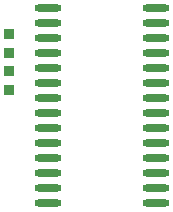
<source format=gtp>
G04 Layer_Color=8421504*
%FSLAX25Y25*%
%MOIN*%
G70*
G01*
G75*
%ADD10R,0.03347X0.03799*%
%ADD11O,0.09055X0.02362*%
D10*
X16000Y63748D02*
D03*
Y57252D02*
D03*
Y76000D02*
D03*
Y69504D02*
D03*
D11*
X29087Y84500D02*
D03*
Y79500D02*
D03*
Y74500D02*
D03*
Y69500D02*
D03*
Y64500D02*
D03*
Y59500D02*
D03*
Y54500D02*
D03*
Y49500D02*
D03*
Y44500D02*
D03*
Y39500D02*
D03*
Y34500D02*
D03*
Y29500D02*
D03*
Y24500D02*
D03*
Y19500D02*
D03*
X64913Y84500D02*
D03*
Y79500D02*
D03*
Y74500D02*
D03*
Y69500D02*
D03*
Y64500D02*
D03*
Y59500D02*
D03*
Y54500D02*
D03*
Y49500D02*
D03*
Y44500D02*
D03*
Y39500D02*
D03*
Y34500D02*
D03*
Y29500D02*
D03*
Y24500D02*
D03*
Y19500D02*
D03*
M02*

</source>
